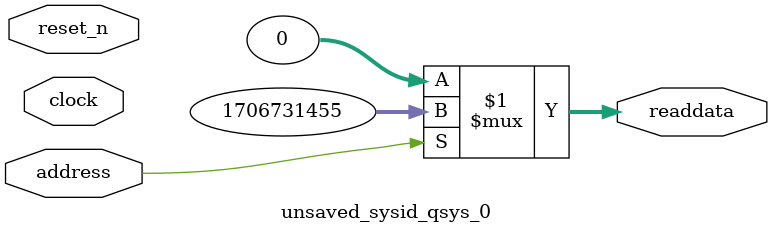
<source format=v>



// synthesis translate_off
`timescale 1ns / 1ps
// synthesis translate_on

// turn off superfluous verilog processor warnings 
// altera message_level Level1 
// altera message_off 10034 10035 10036 10037 10230 10240 10030 

module unsaved_sysid_qsys_0 (
               // inputs:
                address,
                clock,
                reset_n,

               // outputs:
                readdata
             )
;

  output  [ 31: 0] readdata;
  input            address;
  input            clock;
  input            reset_n;

  wire    [ 31: 0] readdata;
  //control_slave, which is an e_avalon_slave
  assign readdata = address ? 1706731455 : 0;

endmodule



</source>
